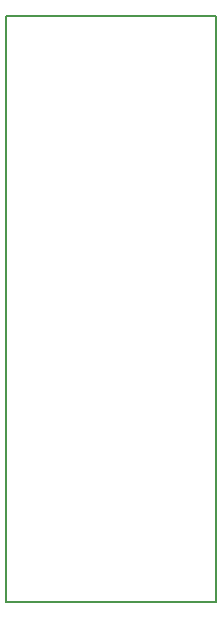
<source format=gko>
G04 DipTrace 2.4.0.2*
%INIoDriver15.gko*%
%MOIN*%
%ADD11C,0.0055*%
%FSLAX44Y44*%
G04*
G70*
G90*
G75*
G01*
%LNBoardOutline*%
%LPD*%
X3937Y23500D2*
D11*
X10937D1*
Y3937D1*
X3937D1*
Y23500D1*
M02*

</source>
